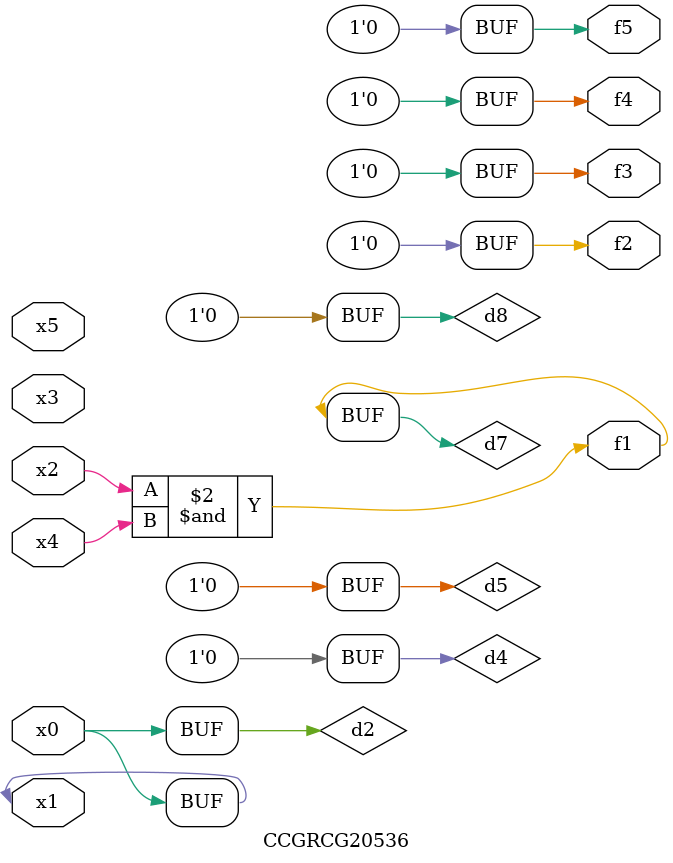
<source format=v>
module CCGRCG20536(
	input x0, x1, x2, x3, x4, x5,
	output f1, f2, f3, f4, f5
);

	wire d1, d2, d3, d4, d5, d6, d7, d8, d9;

	nand (d1, x1);
	buf (d2, x0, x1);
	nand (d3, x2, x4);
	and (d4, d1, d2);
	and (d5, d1, d2);
	nand (d6, d1, d3);
	not (d7, d3);
	xor (d8, d5);
	nor (d9, d5, d6);
	assign f1 = d7;
	assign f2 = d8;
	assign f3 = d8;
	assign f4 = d8;
	assign f5 = d8;
endmodule

</source>
